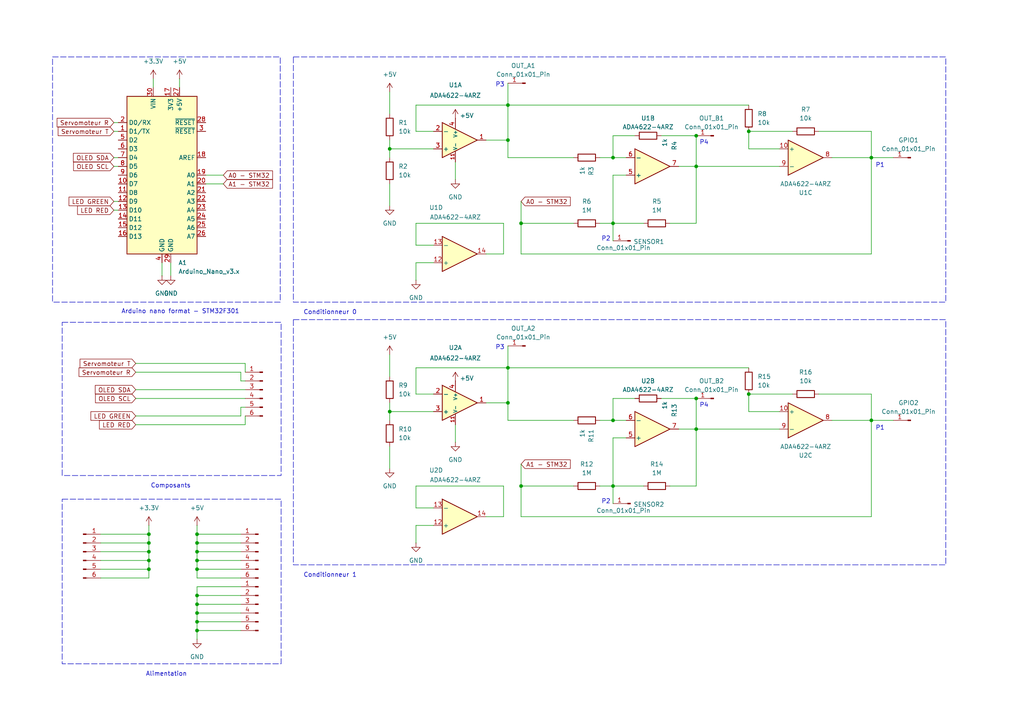
<source format=kicad_sch>
(kicad_sch (version 20231120) (generator "eeschema") (generator_version "8.0")
  (paper "A4")
  (title_block (title "Conditionneur - Projet Prototype") (date "2024-04-05") (comment 1 "Lucas VINCENT") (comment 2 "Thomas PICHOT"))
  (lib_symbols
    (symbol "Connector:Conn_01x01_Pin" (pin_names (offset 1.016) hide)
      (property "Reference" "J" (at 0 2.54 0))
      (property "Value" "Conn_01x01_Pin" (at 0 -2.54 0))
      (symbol "Conn_01x01_Pin_1_1"
        (polyline (pts (xy 1.27 0) (xy 0.8636 0)) (stroke (width 0.1524)))
        (rectangle (start 0.8636 0.127) (end 0 -0.127) (stroke (width 0.1524)) (fill (type outline)))
        (pin passive line (at 5.08 0 180) (length 3.81) (name "Pin_1") (number "1"))
      )
    )
    (symbol "Connector:Conn_01x06_Pin" (pin_names (offset 1.016) hide)
      (property "Reference" "J" (at 0 7.62 0))
      (property "Value" "Conn_01x06_Pin" (at 0 -10.16 0))
      (symbol "Conn_01x06_Pin_1_1"
        (polyline (pts (xy 1.27 -7.62) (xy 0.8636 -7.62)) (stroke (width 0.1524)))
        (polyline (pts (xy 1.27 -5.08) (xy 0.8636 -5.08)) (stroke (width 0.1524)))
        (polyline (pts (xy 1.27 -2.54) (xy 0.8636 -2.54)) (stroke (width 0.1524)))
        (polyline (pts (xy 1.27 0) (xy 0.8636 0)) (stroke (width 0.1524)))
        (polyline (pts (xy 1.27 2.54) (xy 0.8636 2.54)) (stroke (width 0.1524)))
        (polyline (pts (xy 1.27 5.08) (xy 0.8636 5.08)) (stroke (width 0.1524)))
        (rectangle (start 0.8636 -7.493) (end 0 -7.747) (stroke (width 0.1524)) (fill (type outline)))
        (rectangle (start 0.8636 -4.953) (end 0 -5.207) (stroke (width 0.1524)) (fill (type outline)))
        (rectangle (start 0.8636 -2.413) (end 0 -2.667) (stroke (width 0.1524)) (fill (type outline)))
        (rectangle (start 0.8636 0.127) (end 0 -0.127) (stroke (width 0.1524)) (fill (type outline)))
        (rectangle (start 0.8636 2.667) (end 0 2.413) (stroke (width 0.1524)) (fill (type outline)))
        (rectangle (start 0.8636 5.207) (end 0 4.953) (stroke (width 0.1524)) (fill (type outline)))
        (pin passive line (at 5.08 5.08 180) (length 3.81) (name "Pin_1") (number "1"))
        (pin passive line (at 5.08 2.54 180) (length 3.81) (name "Pin_2") (number "2"))
        (pin passive line (at 5.08 0 180) (length 3.81) (name "Pin_3") (number "3"))
        (pin passive line (at 5.08 -2.54 180) (length 3.81) (name "Pin_4") (number "4"))
        (pin passive line (at 5.08 -5.08 180) (length 3.81) (name "Pin_5") (number "5"))
        (pin passive line (at 5.08 -7.62 180) (length 3.81) (name "Pin_6") (number "6"))
      )
    )
    (symbol "Device:R" (pin_numbers hide) (pin_names (offset 0))
      (property "Reference" "R" (at 2.032 0 90))
      (property "Value" "R" (at 0 0 90))
      (symbol "R_0_1"
        (rectangle (start -1.016 -2.54) (end 1.016 2.54) (stroke (width 0.254)))
      )
      (symbol "R_1_1"
        (pin passive line (at 0 3.81 270) (length 1.27) (name "~") (number "1"))
        (pin passive line (at 0 -3.81 90) (length 1.27) (name "~") (number "2"))
      )
    )
    (symbol "MCU_Module:Arduino_Nano_v3.x"
      (property "Reference" "A" (at -10.16 23.495 0))
      (property "Value" "Arduino_Nano_v3.x" (at 5.08 -24.13 0))
      (symbol "Arduino_Nano_v3.x_0_1"
        (rectangle (start -10.16 22.86) (end 10.16 -22.86) (stroke (width 0.254)) (fill (type background)))
      )
      (symbol "Arduino_Nano_v3.x_1_1"
        (pin bidirectional line (at -12.7 12.7 0) (length 2.54) (name "D1/TX") (number "1"))
        (pin bidirectional line (at -12.7 -2.54 0) (length 2.54) (name "D7") (number "10"))
        (pin bidirectional line (at -12.7 -5.08 0) (length 2.54) (name "D8") (number "11"))
        (pin bidirectional line (at -12.7 -7.62 0) (length 2.54) (name "D9") (number "12"))
        (pin bidirectional line (at -12.7 -10.16 0) (length 2.54) (name "D10") (number "13"))
        (pin bidirectional line (at -12.7 -12.7 0) (length 2.54) (name "D11") (number "14"))
        (pin bidirectional line (at -12.7 -15.24 0) (length 2.54) (name "D12") (number "15"))
        (pin bidirectional line (at -12.7 -17.78 0) (length 2.54) (name "D13") (number "16"))
        (pin power_out line (at 2.54 25.4 270) (length 2.54) (name "3V3") (number "17"))
        (pin input line (at 12.7 5.08 180) (length 2.54) (name "AREF") (number "18"))
        (pin bidirectional line (at 12.7 0 180) (length 2.54) (name "A0") (number "19"))
        (pin bidirectional line (at -12.7 15.24 0) (length 2.54) (name "D0/RX") (number "2"))
        (pin bidirectional line (at 12.7 -2.54 180) (length 2.54) (name "A1") (number "20"))
        (pin bidirectional line (at 12.7 -5.08 180) (length 2.54) (name "A2") (number "21"))
        (pin bidirectional line (at 12.7 -7.62 180) (length 2.54) (name "A3") (number "22"))
        (pin bidirectional line (at 12.7 -10.16 180) (length 2.54) (name "A4") (number "23"))
        (pin bidirectional line (at 12.7 -12.7 180) (length 2.54) (name "A5") (number "24"))
        (pin bidirectional line (at 12.7 -15.24 180) (length 2.54) (name "A6") (number "25"))
        (pin bidirectional line (at 12.7 -17.78 180) (length 2.54) (name "A7") (number "26"))
        (pin power_out line (at 5.08 25.4 270) (length 2.54) (name "+5V") (number "27"))
        (pin input line (at 12.7 15.24 180) (length 2.54) (name "~{RESET}") (number "28"))
        (pin power_in line (at 2.54 -25.4 90) (length 2.54) (name "GND") (number "29"))
        (pin input line (at 12.7 12.7 180) (length 2.54) (name "~{RESET}") (number "3"))
        (pin power_in line (at -2.54 25.4 270) (length 2.54) (name "VIN") (number "30"))
        (pin power_in line (at 0 -25.4 90) (length 2.54) (name "GND") (number "4"))
        (pin bidirectional line (at -12.7 10.16 0) (length 2.54) (name "D2") (number "5"))
        (pin bidirectional line (at -12.7 7.62 0) (length 2.54) (name "D3") (number "6"))
        (pin bidirectional line (at -12.7 5.08 0) (length 2.54) (name "D4") (number "7"))
        (pin bidirectional line (at -12.7 2.54 0) (length 2.54) (name "D5") (number "8"))
        (pin bidirectional line (at -12.7 0 0) (length 2.54) (name "D6") (number "9"))
      )
    )
    (symbol "PCM_Amplifier_Operational_AKL:ADA4622-4ARZ" (pin_names (offset 0.2))
      (property "Reference" "U" (at 1.27 7.62 0))
      (property "Value" "ADA4622-4ARZ" (at 1.27 5.08 0))
      (symbol "ADA4622-4ARZ_0_1"
        (polyline (pts (xy -3.81 5.08) (xy -3.81 -5.08) (xy 6.35 0) (xy -3.81 5.08)) (stroke (width 0.254)) (fill (type background)))
      )
      (symbol "ADA4622-4ARZ_1_1"
        (pin output line (at 8.89 0 180) (length 2.54) (name "~") (number "1"))
        (pin power_in line (at 0 -6.35 90) (length 3.18) (name "V-") (number "11"))
        (pin input line (at -6.35 2.54 0) (length 2.54) (name "-") (number "2"))
        (pin input line (at -6.35 -2.54 0) (length 2.54) (name "+") (number "3"))
        (pin power_in line (at 0 6.35 270) (length 3.18) (name "V+") (number "4"))
      )
      (symbol "ADA4622-4ARZ_2_1"
        (pin input line (at -6.35 -2.54 0) (length 2.54) (name "+") (number "5"))
        (pin input line (at -6.35 2.54 0) (length 2.54) (name "-") (number "6"))
        (pin output line (at 8.89 0 180) (length 2.54) (name "~") (number "7"))
      )
      (symbol "ADA4622-4ARZ_3_1"
        (pin input line (at -6.35 -2.54 0) (length 2.54) (name "+") (number "10"))
        (pin output line (at 8.89 0 180) (length 2.54) (name "~") (number "8"))
        (pin input line (at -6.35 2.54 0) (length 2.54) (name "-") (number "9"))
      )
      (symbol "ADA4622-4ARZ_4_1"
        (pin input line (at -6.35 -2.54 0) (length 2.54) (name "+") (number "12"))
        (pin input line (at -6.35 2.54 0) (length 2.54) (name "-") (number "13"))
        (pin output line (at 8.89 0 180) (length 2.54) (name "~") (number "14"))
      )
    )
    (symbol "power:+3.3V" (power) (pin_numbers hide) (pin_names (offset 0) hide)
      (property "Value" "+3.3V" (at 0 3.556 0))
      (symbol "+3.3V_0_1"
        (polyline (pts (xy -0.762 1.27) (xy 0 2.54)))
        (polyline (pts (xy 0 0) (xy 0 2.54)))
        (polyline (pts (xy 0 2.54) (xy 0.762 1.27)))
      )
      (symbol "+3.3V_1_1"
        (pin power_in line (at 0 0 90) (length 0) (name "~") (number "1"))
      )
    )
    (symbol "power:+5V" (power) (pin_numbers hide) (pin_names (offset 0) hide)
      (property "Value" "+5V" (at 0 3.556 0))
      (symbol "+5V_0_1"
        (polyline (pts (xy -0.762 1.27) (xy 0 2.54)))
        (polyline (pts (xy 0 0) (xy 0 2.54)))
        (polyline (pts (xy 0 2.54) (xy 0.762 1.27)))
      )
      (symbol "+5V_1_1"
        (pin power_in line (at 0 0 90) (length 0) (name "~") (number "1"))
      )
    )
    (symbol "power:GND" (power) (pin_numbers hide) (pin_names (offset 0) hide)
      (property "Value" "GND" (at 0 -3.81 0))
      (symbol "GND_0_1"
        (polyline (pts (xy 0 0) (xy 0 -1.27) (xy 1.27 -1.27) (xy 0 -2.54) (xy -1.27 -1.27) (xy 0 -1.27)))
      )
      (symbol "GND_1_1"
        (pin power_in line (at 0 0 270) (length 0) (name "~") (number "1"))
      )
    )
  )
  (junction (at 201.93 48.26))
  (junction (at 57.15 160.02))
  (junction (at 201.93 124.46))
  (junction (at 57.15 157.48))
  (junction (at 57.15 154.94))
  (junction (at 57.15 182.88))
  (junction (at 147.32 106.68))
  (junction (at 147.32 30.48))
  (junction (at 43.18 162.56))
  (junction (at 43.18 165.1))
  (junction (at 177.8 45.72))
  (junction (at 57.15 180.34))
  (junction (at 252.73 121.92))
  (junction (at 177.8 121.92))
  (junction (at 57.15 177.8))
  (junction (at 217.17 38.1))
  (junction (at 217.17 114.3))
  (junction (at 43.18 154.94))
  (junction (at 177.8 140.97))
  (junction (at 57.15 165.1))
  (junction (at 57.15 172.72))
  (junction (at 252.73 45.72))
  (junction (at 43.18 160.02))
  (junction (at 57.15 175.26))
  (junction (at 151.13 140.97))
  (junction (at 147.32 116.84))
  (junction (at 201.93 115.57))
  (junction (at 57.15 162.56))
  (junction (at 177.8 64.77))
  (junction (at 147.32 40.64))
  (junction (at 113.03 43.18))
  (junction (at 113.03 119.38))
  (junction (at 151.13 64.77))
  (junction (at 201.93 39.37))
  (junction (at 43.18 157.48))
  (wire (pts (xy 113.03 119.38) (xy 113.03 121.92)))
  (wire (pts (xy 57.15 172.72) (xy 69.85 172.72)))
  (wire (pts (xy 69.85 157.48) (xy 57.15 157.48)))
  (wire (pts (xy 43.18 167.64) (xy 43.18 165.1)))
  (wire (pts (xy 252.73 45.72) (xy 252.73 73.66)))
  (wire (pts (xy 69.85 118.11) (xy 71.12 118.11)))
  (wire (pts (xy 181.61 127) (xy 177.8 127)))
  (wire (pts (xy 57.15 177.8) (xy 69.85 177.8)))
  (wire (pts (xy 177.8 127) (xy 177.8 140.97)))
  (wire (pts (xy 241.3 121.92) (xy 252.73 121.92)))
  (wire (pts (xy 151.13 73.66) (xy 252.73 73.66)))
  (wire (pts (xy 39.37 123.19) (xy 71.12 123.19)))
  (wire (pts (xy 125.73 114.3) (xy 120.65 114.3)))
  (wire (pts (xy 173.99 140.97) (xy 177.8 140.97)))
  (wire (pts (xy 217.17 43.18) (xy 226.06 43.18)))
  (wire (pts (xy 113.03 43.18) (xy 113.03 45.72)))
  (wire (pts (xy 57.15 180.34) (xy 57.15 182.88)))
  (wire (pts (xy 191.77 39.37) (xy 201.93 39.37)))
  (wire (pts (xy 120.65 152.4) (xy 125.73 152.4)))
  (wire (pts (xy 33.02 48.26) (xy 34.29 48.26)))
  (wire (pts (xy 146.05 64.77) (xy 146.05 73.66)))
  (wire (pts (xy 29.21 167.64) (xy 43.18 167.64)))
  (wire (pts (xy 237.49 114.3) (xy 252.73 114.3)))
  (wire (pts (xy 59.69 53.34) (xy 64.77 53.34)))
  (wire (pts (xy 120.65 157.48) (xy 120.65 152.4)))
  (wire (pts (xy 113.03 53.34) (xy 113.03 59.69)))
  (wire (pts (xy 184.15 39.37) (xy 177.8 39.37)))
  (wire (pts (xy 173.99 64.77) (xy 177.8 64.77)))
  (wire (pts (xy 177.8 64.77) (xy 186.69 64.77)))
  (wire (pts (xy 43.18 165.1) (xy 43.18 162.56)))
  (wire (pts (xy 29.21 162.56) (xy 43.18 162.56)))
  (wire (pts (xy 177.8 115.57) (xy 177.8 121.92)))
  (wire (pts (xy 151.13 134.62) (xy 151.13 140.97)))
  (wire (pts (xy 59.69 50.8) (xy 64.77 50.8)))
  (wire (pts (xy 44.45 22.86) (xy 44.45 25.4)))
  (wire (pts (xy 57.15 175.26) (xy 69.85 175.26)))
  (wire (pts (xy 177.8 140.97) (xy 186.69 140.97)))
  (wire (pts (xy 177.8 45.72) (xy 181.61 45.72)))
  (wire (pts (xy 147.32 30.48) (xy 147.32 40.64)))
  (wire (pts (xy 177.8 140.97) (xy 177.8 146.05)))
  (wire (pts (xy 252.73 45.72) (xy 259.08 45.72)))
  (wire (pts (xy 120.65 147.32) (xy 120.65 140.97)))
  (wire (pts (xy 57.15 172.72) (xy 57.15 175.26)))
  (wire (pts (xy 120.65 114.3) (xy 120.65 106.68)))
  (wire (pts (xy 57.15 167.64) (xy 57.15 165.1)))
  (wire (pts (xy 120.65 38.1) (xy 120.65 30.48)))
  (wire (pts (xy 39.37 107.95) (xy 69.85 107.95)))
  (wire (pts (xy 181.61 50.8) (xy 177.8 50.8)))
  (wire (pts (xy 252.73 121.92) (xy 252.73 149.86)))
  (wire (pts (xy 217.17 119.38) (xy 226.06 119.38)))
  (wire (pts (xy 69.85 167.64) (xy 57.15 167.64)))
  (wire (pts (xy 57.15 154.94) (xy 69.85 154.94)))
  (wire (pts (xy 39.37 105.41) (xy 71.12 105.41)))
  (wire (pts (xy 125.73 147.32) (xy 120.65 147.32)))
  (wire (pts (xy 29.21 154.94) (xy 43.18 154.94)))
  (wire (pts (xy 201.93 124.46) (xy 226.06 124.46)))
  (wire (pts (xy 147.32 30.48) (xy 217.17 30.48)))
  (wire (pts (xy 113.03 116.84) (xy 113.03 119.38)))
  (wire (pts (xy 177.8 121.92) (xy 181.61 121.92)))
  (wire (pts (xy 252.73 114.3) (xy 252.73 121.92)))
  (wire (pts (xy 147.32 106.68) (xy 147.32 116.84)))
  (wire (pts (xy 147.32 106.68) (xy 217.17 106.68)))
  (wire (pts (xy 201.93 140.97) (xy 201.93 124.46)))
  (wire (pts (xy 113.03 102.87) (xy 113.03 109.22)))
  (wire (pts (xy 69.85 160.02) (xy 57.15 160.02)))
  (wire (pts (xy 151.13 58.42) (xy 151.13 64.77)))
  (wire (pts (xy 120.65 30.48) (xy 147.32 30.48)))
  (wire (pts (xy 201.93 124.46) (xy 196.85 124.46)))
  (wire (pts (xy 120.65 106.68) (xy 147.32 106.68)))
  (wire (pts (xy 166.37 140.97) (xy 151.13 140.97)))
  (wire (pts (xy 120.65 71.12) (xy 120.65 64.77)))
  (wire (pts (xy 57.15 175.26) (xy 57.15 177.8)))
  (wire (pts (xy 57.15 177.8) (xy 57.15 180.34)))
  (wire (pts (xy 33.02 45.72) (xy 34.29 45.72)))
  (wire (pts (xy 151.13 64.77) (xy 151.13 73.66)))
  (wire (pts (xy 146.05 149.86) (xy 140.97 149.86)))
  (wire (pts (xy 217.17 114.3) (xy 217.17 119.38)))
  (wire (pts (xy 241.3 45.72) (xy 252.73 45.72)))
  (wire (pts (xy 69.85 107.95) (xy 69.85 110.49)))
  (wire (pts (xy 29.21 165.1) (xy 43.18 165.1)))
  (wire (pts (xy 146.05 140.97) (xy 146.05 149.86)))
  (wire (pts (xy 147.32 100.33) (xy 147.32 106.68)))
  (wire (pts (xy 57.15 165.1) (xy 57.15 162.56)))
  (wire (pts (xy 39.37 113.03) (xy 71.12 113.03)))
  (wire (pts (xy 177.8 45.72) (xy 173.99 45.72)))
  (wire (pts (xy 201.93 39.37) (xy 201.93 48.26)))
  (wire (pts (xy 69.85 170.18) (xy 57.15 170.18)))
  (wire (pts (xy 132.08 123.19) (xy 132.08 128.27)))
  (wire (pts (xy 113.03 40.64) (xy 113.03 43.18)))
  (wire (pts (xy 166.37 64.77) (xy 151.13 64.77)))
  (wire (pts (xy 43.18 160.02) (xy 43.18 157.48)))
  (wire (pts (xy 71.12 105.41) (xy 71.12 107.95)))
  (wire (pts (xy 151.13 140.97) (xy 151.13 149.86)))
  (wire (pts (xy 120.65 81.28) (xy 120.65 76.2)))
  (wire (pts (xy 113.03 26.67) (xy 113.03 33.02)))
  (wire (pts (xy 57.15 170.18) (xy 57.15 172.72)))
  (wire (pts (xy 69.85 162.56) (xy 57.15 162.56)))
  (wire (pts (xy 57.15 182.88) (xy 69.85 182.88)))
  (wire (pts (xy 166.37 45.72) (xy 147.32 45.72)))
  (wire (pts (xy 113.03 129.54) (xy 113.03 135.89)))
  (wire (pts (xy 69.85 120.65) (xy 69.85 118.11)))
  (wire (pts (xy 237.49 38.1) (xy 252.73 38.1)))
  (wire (pts (xy 191.77 115.57) (xy 201.93 115.57)))
  (wire (pts (xy 57.15 182.88) (xy 57.15 185.42)))
  (wire (pts (xy 147.32 116.84) (xy 140.97 116.84)))
  (wire (pts (xy 177.8 39.37) (xy 177.8 45.72)))
  (wire (pts (xy 147.32 40.64) (xy 140.97 40.64)))
  (wire (pts (xy 120.65 64.77) (xy 146.05 64.77)))
  (wire (pts (xy 177.8 121.92) (xy 173.99 121.92)))
  (wire (pts (xy 194.31 64.77) (xy 201.93 64.77)))
  (wire (pts (xy 252.73 38.1) (xy 252.73 45.72)))
  (wire (pts (xy 132.08 46.99) (xy 132.08 52.07)))
  (wire (pts (xy 39.37 115.57) (xy 71.12 115.57)))
  (wire (pts (xy 120.65 140.97) (xy 146.05 140.97)))
  (wire (pts (xy 201.93 48.26) (xy 226.06 48.26)))
  (wire (pts (xy 69.85 180.34) (xy 57.15 180.34)))
  (wire (pts (xy 201.93 48.26) (xy 196.85 48.26)))
  (wire (pts (xy 33.02 60.96) (xy 34.29 60.96)))
  (wire (pts (xy 39.37 120.65) (xy 69.85 120.65)))
  (wire (pts (xy 125.73 38.1) (xy 120.65 38.1)))
  (wire (pts (xy 147.32 45.72) (xy 147.32 40.64)))
  (wire (pts (xy 201.93 64.77) (xy 201.93 48.26)))
  (wire (pts (xy 29.21 160.02) (xy 43.18 160.02)))
  (wire (pts (xy 252.73 121.92) (xy 259.08 121.92)))
  (wire (pts (xy 52.07 22.86) (xy 52.07 25.4)))
  (wire (pts (xy 49.53 76.2) (xy 49.53 80.01)))
  (wire (pts (xy 177.8 64.77) (xy 177.8 69.85)))
  (wire (pts (xy 201.93 115.57) (xy 201.93 124.46)))
  (wire (pts (xy 46.99 76.2) (xy 46.99 80.01)))
  (wire (pts (xy 43.18 157.48) (xy 43.18 154.94)))
  (wire (pts (xy 57.15 152.4) (xy 57.15 154.94)))
  (wire (pts (xy 113.03 43.18) (xy 125.73 43.18)))
  (wire (pts (xy 33.02 35.56) (xy 34.29 35.56)))
  (wire (pts (xy 57.15 162.56) (xy 57.15 160.02)))
  (wire (pts (xy 69.85 165.1) (xy 57.15 165.1)))
  (wire (pts (xy 57.15 160.02) (xy 57.15 157.48)))
  (wire (pts (xy 43.18 154.94) (xy 43.18 152.4)))
  (wire (pts (xy 166.37 121.92) (xy 147.32 121.92)))
  (wire (pts (xy 125.73 71.12) (xy 120.65 71.12)))
  (wire (pts (xy 194.31 140.97) (xy 201.93 140.97)))
  (wire (pts (xy 29.21 157.48) (xy 43.18 157.48)))
  (wire (pts (xy 57.15 157.48) (xy 57.15 154.94)))
  (wire (pts (xy 177.8 50.8) (xy 177.8 64.77)))
  (wire (pts (xy 33.02 38.1) (xy 34.29 38.1)))
  (wire (pts (xy 113.03 119.38) (xy 125.73 119.38)))
  (wire (pts (xy 33.02 58.42) (xy 34.29 58.42)))
  (wire (pts (xy 217.17 38.1) (xy 229.87 38.1)))
  (wire (pts (xy 147.32 24.13) (xy 147.32 30.48)))
  (wire (pts (xy 217.17 38.1) (xy 217.17 43.18)))
  (wire (pts (xy 146.05 73.66) (xy 140.97 73.66)))
  (wire (pts (xy 71.12 123.19) (xy 71.12 120.65)))
  (wire (pts (xy 147.32 121.92) (xy 147.32 116.84)))
  (wire (pts (xy 184.15 115.57) (xy 177.8 115.57)))
  (wire (pts (xy 69.85 110.49) (xy 71.12 110.49)))
  (wire (pts (xy 43.18 162.56) (xy 43.18 160.02)))
  (wire (pts (xy 151.13 149.86) (xy 252.73 149.86)))
  (wire (pts (xy 217.17 114.3) (xy 229.87 114.3)))
  (wire (pts (xy 120.65 76.2) (xy 125.73 76.2)))
  (rectangle (start 18.034 93.472) (end 81.534 137.922) (stroke (width 0) (type dash)))
  (rectangle (start 85.09 16.51) (end 274.32 87.63) (stroke (width 0) (type dash)))
  (rectangle (start 15.24 16.51) (end 81.28 87.63) (stroke (width 0) (type dash)))
  (rectangle (start 85.09 92.71) (end 274.32 163.83) (stroke (width 0) (type dash)))
  (rectangle (start 18.034 144.78) (end 81.534 192.532) (stroke (width 0) (type dash)))
  (text "P3\n" (at 145.034 24.638 0) (effects (font (size 1.27 1.27))))
  (text "Conditionneur 0" (at 95.758 90.678 0) (effects (font (size 1.27 1.27))))
  (text "P2" (at 175.768 69.342 0) (effects (font (size 1.27 1.27))))
  (text "P1" (at 255.27 124.206 0) (effects (font (size 1.27 1.27))))
  (text "P4" (at 204.216 41.402 0) (effects (font (size 1.27 1.27))))
  (text "Composants" (at 49.53 140.97 0) (effects (font (size 1.27 1.27))))
  (text "Conditionneur 1" (at 95.758 166.878 0) (effects (font (size 1.27 1.27))))
  (text "P4" (at 204.216 117.602 0) (effects (font (size 1.27 1.27))))
  (text "P3\n" (at 145.034 100.838 0) (effects (font (size 1.27 1.27))))
  (text "P1" (at 255.27 48.006 0) (effects (font (size 1.27 1.27))))
  (text "Arduino nano format - STM32F301" (at 52.324 90.424 0) (effects (font (size 1.27 1.27))))
  (text "Alimentation\n" (at 48.26 195.58 0) (effects (font (size 1.27 1.27))))
  (text "P2" (at 175.768 145.542 0) (effects (font (size 1.27 1.27))))
  (global_label "Servomoteur R" (shape input) (at 33.02 35.56 180) (property "Intersheetrefs" "${INTERSHEET_REFS}" (effects (hide yes))))
  (global_label "OLED SCL" (shape input) (at 33.02 48.26 180) (property "Intersheetrefs" "${INTERSHEET_REFS}" (effects (hide yes))))
  (global_label "OLED SDA" (shape input) (at 33.02 45.72 180) (property "Intersheetrefs" "${INTERSHEET_REFS}" (effects (hide yes))))
  (global_label "OLED SDA" (shape input) (at 39.37 113.03 180) (property "Intersheetrefs" "${INTERSHEET_REFS}" (effects (hide yes))))
  (global_label "Servomoteur R" (shape input) (at 39.37 107.95 180) (property "Intersheetrefs" "${INTERSHEET_REFS}" (effects (hide yes))))
  (global_label "OLED SCL" (shape input) (at 39.37 115.57 180) (property "Intersheetrefs" "${INTERSHEET_REFS}" (effects (hide yes))))
  (global_label "A0 - STM32" (shape input) (at 151.13 58.42 0) (property "Intersheetrefs" "${INTERSHEET_REFS}" (effects (hide yes))))
  (global_label "LED RED" (shape input) (at 39.37 123.19 180) (property "Intersheetrefs" "${INTERSHEET_REFS}" (effects (hide yes))))
  (global_label "Servomoteur T" (shape input) (at 39.37 105.41 180) (property "Intersheetrefs" "${INTERSHEET_REFS}" (effects (hide yes))))
  (global_label "LED GREEN" (shape input) (at 33.02 58.42 180) (property "Intersheetrefs" "${INTERSHEET_REFS}" (effects (hide yes))))
  (global_label "LED GREEN" (shape input) (at 39.37 120.65 180) (property "Intersheetrefs" "${INTERSHEET_REFS}" (effects (hide yes))))
  (global_label "A1 - STM32" (shape input) (at 151.13 134.62 0) (property "Intersheetrefs" "${INTERSHEET_REFS}" (effects (hide yes))))
  (global_label "A0 - STM32" (shape input) (at 64.77 50.8 0) (property "Intersheetrefs" "${INTERSHEET_REFS}" (effects (hide yes))))
  (global_label "LED RED" (shape input) (at 33.02 60.96 180) (property "Intersheetrefs" "${INTERSHEET_REFS}" (effects (hide yes))))
  (global_label "Servomoteur T" (shape input) (at 33.02 38.1 180) (property "Intersheetrefs" "${INTERSHEET_REFS}" (effects (hide yes))))
  (global_label "A1 - STM32" (shape input) (at 64.77 53.34 0) (property "Intersheetrefs" "${INTERSHEET_REFS}" (effects (hide yes))))
  (symbol (lib_id "power:GND") (at 120.65 81.28 0) (unit 1)
    (property "Reference" "#PWR03" (effects (hide yes)))
    (property "Value" "GND" (at 120.65 86.36 0))
    (property "Description" "Power symbol creates a global label with name \"GND\" , ground" (effects (hide yes)))
  )
  (symbol (lib_id "Connector:Conn_01x01_Pin") (at 264.16 45.72 180) (unit 1)
    (property "Reference" "GPIO1" (at 263.525 40.64 0))
    (property "Value" "Conn_01x01_Pin" (at 263.525 43.18 0))
    (property "Footprint" "Connector_PinHeader_2.54mm:PinHeader_1x01_P2.54mm_Vertical" (effects (hide yes)))
    (property "Description" "Generic connector, single row, 01x01, script generated" (effects (hide yes)))
  )
  (symbol (lib_id "Connector:Conn_01x06_Pin") (at 74.93 160.02 0) (mirror y) (unit 1)
    (property "Reference" "J2" (effects (hide yes)))
    (property "Value" "Conn_01x06_Pin" (effects (hide yes)))
    (property "Footprint" "Connector_PinHeader_2.54mm:PinHeader_1x06_P2.54mm_Vertical" (effects (hide yes)))
    (property "Description" "Generic connector, single row, 01x06, script generated" (effects (hide yes)))
  )
  (symbol (lib_id "Device:R") (at 190.5 140.97 90) (unit 1)
    (property "Reference" "R14" (at 190.5 134.62 90))
    (property "Value" "1M" (at 190.5 137.16 90))
    (property "Footprint" "Resistor_SMD:R_0805_2012Metric" (effects (hide yes)))
    (property "Description" "Resistor" (effects (hide yes)))
  )
  (symbol (lib_id "Connector:Conn_01x01_Pin") (at 264.16 121.92 180) (unit 1)
    (property "Reference" "GPIO2" (at 263.525 116.84 0))
    (property "Value" "Conn_01x01_Pin" (at 263.525 119.38 0))
    (property "Footprint" "Connector_PinHeader_2.54mm:PinHeader_1x01_P2.54mm_Vertical" (effects (hide yes)))
    (property "Description" "Generic connector, single row, 01x01, script generated" (effects (hide yes)))
  )
  (symbol (lib_id "Device:R") (at 170.18 45.72 270) (unit 1)
    (property "Reference" "R3" (at 171.4501 48.26 0) (effects (justify left)))
    (property "Value" "1k" (at 168.9101 48.26 0) (effects (justify left)))
    (property "Footprint" "Resistor_SMD:R_0805_2012Metric" (effects (hide yes)))
    (property "Description" "Resistor" (effects (hide yes)))
  )
  (symbol (lib_id "Connector:Conn_01x06_Pin") (at 76.2 113.03 0) (mirror y) (unit 1)
    (property "Reference" "J1" (effects (hide yes)))
    (property "Value" "Conn_01x06_Pin" (effects (hide yes)))
    (property "Footprint" "Connector_PinHeader_2.54mm:PinHeader_1x06_P2.54mm_Vertical" (effects (hide yes)))
    (property "Description" "Generic connector, single row, 01x06, script generated" (effects (hide yes)))
  )
  (symbol (lib_id "power:GND") (at 46.99 80.01 0) (unit 1)
    (property "Reference" "#PWR04" (effects (hide yes)))
    (property "Value" "GND" (at 46.99 85.09 0))
    (property "Description" "Power symbol creates a global label with name \"GND\" , ground" (effects (hide yes)))
  )
  (symbol (lib_id "Device:R") (at 113.03 36.83 0) (unit 1)
    (property "Reference" "R1" (at 115.57 35.5599 0) (effects (justify left)))
    (property "Value" "10k" (at 115.57 38.0999 0) (effects (justify left)))
    (property "Footprint" "Resistor_SMD:R_0805_2012Metric" (effects (hide yes)))
    (property "Description" "Resistor" (effects (hide yes)))
  )
  (symbol (lib_id "power:+5V") (at 132.08 110.49 0) (unit 1)
    (property "Reference" "#PWR012" (effects (hide yes)))
    (property "Value" "+5V" (at 135.382 109.728 0))
    (property "Description" "Power symbol creates a global label with name \"+5V\"" (effects (hide yes)))
  )
  (symbol (lib_id "Device:R") (at 113.03 125.73 0) (unit 1)
    (property "Reference" "R10" (at 115.57 124.4599 0) (effects (justify left)))
    (property "Value" "10k" (at 115.57 126.9999 0) (effects (justify left)))
    (property "Footprint" "Resistor_SMD:R_0805_2012Metric" (effects (hide yes)))
    (property "Description" "Resistor" (effects (hide yes)))
  )
  (symbol (lib_id "PCM_Amplifier_Operational_AKL:ADA4622-4ARZ") (at 187.96 124.46 0) (unit 2)
    (property "Reference" "U2" (at 187.96 110.49 0))
    (property "Value" "ADA4622-4ARZ" (at 187.96 113.03 0))
    (property "Footprint" "PCM_Package_SO_AKL:SOIC-14_3.9x8.7mm_P1.27mm" (effects (hide yes)))
    (property "Datasheet" "https://www.tme.eu/Document/d36d8d41df5dfd041dfe750941d70940/ADA4622-1-2-4.pdf" (effects (hide yes)))
    (property "Description" "SO-14 Quad Precision Rail-to-Rail Operational Amplifier, 800μV Offset, 15μV/°C Drift, 8MHz GBW, Alternate KiCAD Library" (effects (hide yes)))
  )
  (symbol (lib_id "power:GND") (at 57.15 185.42 0) (unit 1)
    (property "Reference" "#PWR015" (effects (hide yes)))
    (property "Value" "GND" (at 57.15 190.5 0))
    (property "Description" "Power symbol creates a global label with name \"GND\" , ground" (effects (hide yes)))
  )
  (symbol (lib_id "PCM_Amplifier_Operational_AKL:ADA4622-4ARZ") (at 132.08 40.64 0) (unit 1)
    (property "Reference" "U1" (at 132.08 24.638 0))
    (property "Value" "ADA4622-4ARZ" (at 132.08 27.686 0))
    (property "Footprint" "PCM_Package_SO_AKL:SOIC-14_3.9x8.7mm_P1.27mm" (effects (hide yes)))
    (property "Datasheet" "https://www.tme.eu/Document/d36d8d41df5dfd041dfe750941d70940/ADA4622-1-2-4.pdf" (effects (hide yes)))
    (property "Description" "SO-14 Quad Precision Rail-to-Rail Operational Amplifier, 800μV Offset, 15μV/°C Drift, 8MHz GBW, Alternate KiCAD Library" (effects (hide yes)))
  )
  (symbol (lib_id "power:GND") (at 113.03 59.69 0) (unit 1)
    (property "Reference" "#PWR01" (effects (hide yes)))
    (property "Value" "GND" (at 113.03 64.77 0))
    (property "Description" "Power symbol creates a global label with name \"GND\" , ground" (effects (hide yes)))
  )
  (symbol (lib_id "power:GND") (at 49.53 80.01 0) (unit 1)
    (property "Reference" "#PWR010" (effects (hide yes)))
    (property "Value" "GND" (at 49.53 85.09 0))
    (property "Description" "Power symbol creates a global label with name \"GND\" , ground" (effects (hide yes)))
  )
  (symbol (lib_id "power:+5V") (at 113.03 26.67 0) (unit 1)
    (property "Reference" "#PWR08" (effects (hide yes)))
    (property "Value" "+5V" (at 113.03 21.59 0))
    (property "Description" "Power symbol creates a global label with name \"+5V\"" (effects (hide yes)))
  )
  (symbol (lib_id "power:+5V") (at 113.03 102.87 0) (unit 1)
    (property "Reference" "#PWR05" (effects (hide yes)))
    (property "Value" "+5V" (at 113.03 97.79 0))
    (property "Description" "Power symbol creates a global label with name \"+5V\"" (effects (hide yes)))
  )
  (symbol (lib_id "Device:R") (at 187.96 39.37 270) (unit 1)
    (property "Reference" "R4" (at 195.58 40.894 0) (effects (justify left)))
    (property "Value" "1k" (at 192.786 40.132 0) (effects (justify left)))
    (property "Footprint" "Resistor_SMD:R_0805_2012Metric" (effects (hide yes)))
    (property "Description" "Resistor" (effects (hide yes)))
  )
  (symbol (lib_id "power:GND") (at 132.08 52.07 0) (mirror y) (unit 1)
    (property "Reference" "#PWR02" (effects (hide yes)))
    (property "Value" "GND" (at 132.08 57.15 0))
    (property "Description" "Power symbol creates a global label with name \"GND\" , ground" (effects (hide yes)))
  )
  (symbol (lib_id "PCM_Amplifier_Operational_AKL:ADA4622-4ARZ") (at 132.08 149.86 0) (unit 4)
    (property "Reference" "U2" (at 126.492 136.398 0))
    (property "Value" "ADA4622-4ARZ" (at 132.08 139.192 0))
    (property "Footprint" "PCM_Package_SO_AKL:SOIC-14_3.9x8.7mm_P1.27mm" (effects (hide yes)))
    (property "Datasheet" "https://www.tme.eu/Document/d36d8d41df5dfd041dfe750941d70940/ADA4622-1-2-4.pdf" (effects (hide yes)))
    (property "Description" "SO-14 Quad Precision Rail-to-Rail Operational Amplifier, 800μV Offset, 15μV/°C Drift, 8MHz GBW, Alternate KiCAD Library" (effects (hide yes)))
  )
  (symbol (lib_id "Device:R") (at 170.18 121.92 270) (unit 1)
    (property "Reference" "R11" (at 171.4501 124.46 0) (effects (justify left)))
    (property "Value" "1k" (at 168.9101 124.46 0) (effects (justify left)))
    (property "Footprint" "Resistor_SMD:R_0805_2012Metric" (effects (hide yes)))
    (property "Description" "Resistor" (effects (hide yes)))
  )
  (symbol (lib_id "power:+5V") (at 132.08 34.29 0) (unit 1)
    (property "Reference" "#PWR09" (effects (hide yes)))
    (property "Value" "+5V" (at 135.382 33.528 0))
    (property "Description" "Power symbol creates a global label with name \"+5V\"" (effects (hide yes)))
  )
  (symbol (lib_id "Device:R") (at 170.18 140.97 90) (unit 1)
    (property "Reference" "R12" (at 170.18 134.62 90))
    (property "Value" "1M" (at 170.18 137.16 90))
    (property "Footprint" "Resistor_SMD:R_0805_2012Metric" (effects (hide yes)))
    (property "Description" "Resistor" (effects (hide yes)))
  )
  (symbol (lib_id "Device:R") (at 113.03 113.03 0) (unit 1)
    (property "Reference" "R9" (at 115.57 111.7599 0) (effects (justify left)))
    (property "Value" "10k" (at 115.57 114.2999 0) (effects (justify left)))
    (property "Footprint" "Resistor_SMD:R_0805_2012Metric" (effects (hide yes)))
    (property "Description" "Resistor" (effects (hide yes)))
  )
  (symbol (lib_id "power:+3.3V") (at 44.45 22.86 0) (unit 1)
    (property "Reference" "#PWR016" (effects (hide yes)))
    (property "Value" "+3.3V" (at 44.45 17.78 0))
    (property "Description" "Power symbol creates a global label with name \"+3.3V\"" (effects (hide yes)))
  )
  (symbol (lib_id "Connector:Conn_01x01_Pin") (at 152.4 100.33 180) (unit 1)
    (property "Reference" "OUT_A2" (at 151.765 95.25 0))
    (property "Value" "Conn_01x01_Pin" (at 151.765 97.79 0))
    (property "Footprint" "Connector_PinHeader_2.54mm:PinHeader_1x01_P2.54mm_Vertical" (effects (hide yes)))
    (property "Description" "Generic connector, single row, 01x01, script generated" (effects (hide yes)))
  )
  (symbol (lib_id "Device:R") (at 217.17 110.49 0) (unit 1)
    (property "Reference" "R15" (at 219.71 109.2199 0) (effects (justify left)))
    (property "Value" "10k" (at 219.71 111.7599 0) (effects (justify left)))
    (property "Footprint" "Resistor_SMD:R_0805_2012Metric" (effects (hide yes)))
    (property "Description" "Resistor" (effects (hide yes)))
  )
  (symbol (lib_id "power:GND") (at 132.08 128.27 0) (mirror y) (unit 1)
    (property "Reference" "#PWR013" (effects (hide yes)))
    (property "Value" "GND" (at 132.08 133.35 0))
    (property "Description" "Power symbol creates a global label with name \"GND\" , ground" (effects (hide yes)))
  )
  (symbol (lib_id "MCU_Module:Arduino_Nano_v3.x") (at 46.99 50.8 0) (unit 1)
    (property "Reference" "A1" (at 51.7241 76.2 0) (effects (justify left)))
    (property "Value" "Arduino_Nano_v3.x" (at 51.7241 78.74 0) (effects (justify left)))
    (property "Footprint" "Module:Arduino_Nano" (effects (hide yes)))
    (property "Datasheet" "http://www.mouser.com/pdfdocs/Gravitech_Arduino_Nano3_0.pdf" (effects (hide yes)))
    (property "Description" "Arduino Nano v3.x" (effects (hide yes)))
  )
  (symbol (lib_id "Connector:Conn_01x01_Pin") (at 207.01 39.37 180) (unit 1)
    (property "Reference" "OUT_B1" (at 206.375 34.29 0))
    (property "Value" "Conn_01x01_Pin" (at 206.375 36.83 0))
    (property "Footprint" "Connector_PinHeader_2.54mm:PinHeader_1x01_P2.54mm_Vertical" (effects (hide yes)))
    (property "Description" "Generic connector, single row, 01x01, script generated" (effects (hide yes)))
  )
  (symbol (lib_id "Device:R") (at 190.5 64.77 90) (unit 1)
    (property "Reference" "R5" (at 190.5 58.42 90))
    (property "Value" "1M" (at 190.5 60.96 90))
    (property "Footprint" "Resistor_SMD:R_0805_2012Metric" (effects (hide yes)))
    (property "Description" "Resistor" (effects (hide yes)))
  )
  (symbol (lib_id "PCM_Amplifier_Operational_AKL:ADA4622-4ARZ") (at 187.96 48.26 0) (unit 2)
    (property "Reference" "U1" (at 187.96 34.29 0))
    (property "Value" "ADA4622-4ARZ" (at 187.96 36.83 0))
    (property "Footprint" "PCM_Package_SO_AKL:SOIC-14_3.9x8.7mm_P1.27mm" (effects (hide yes)))
    (property "Datasheet" "https://www.tme.eu/Document/d36d8d41df5dfd041dfe750941d70940/ADA4622-1-2-4.pdf" (effects (hide yes)))
    (property "Description" "SO-14 Quad Precision Rail-to-Rail Operational Amplifier, 800μV Offset, 15μV/°C Drift, 8MHz GBW, Alternate KiCAD Library" (effects (hide yes)))
  )
  (symbol (lib_id "Connector:Conn_01x01_Pin") (at 182.88 146.05 180) (unit 1)
    (property "Reference" "SENSOR2" (at 188.214 146.304 0))
    (property "Value" "Conn_01x01_Pin" (at 180.848 148.082 0))
    (property "Footprint" "Connector_PinHeader_2.54mm:PinHeader_1x01_P2.54mm_Vertical" (effects (hide yes)))
    (property "Description" "Generic connector, single row, 01x01, script generated" (effects (hide yes)))
  )
  (symbol (lib_id "power:GND") (at 120.65 157.48 0) (unit 1)
    (property "Reference" "#PWR011" (effects (hide yes)))
    (property "Value" "GND" (at 120.65 162.56 0))
    (property "Description" "Power symbol creates a global label with name \"GND\" , ground" (effects (hide yes)))
  )
  (symbol (lib_id "power:+3.3V") (at 43.18 152.4 0) (unit 1)
    (property "Reference" "#PWR017" (effects (hide yes)))
    (property "Value" "+3.3V" (at 43.18 147.32 0))
    (property "Description" "Power symbol creates a global label with name \"+3.3V\"" (effects (hide yes)))
  )
  (symbol (lib_id "Device:R") (at 217.17 34.29 0) (unit 1)
    (property "Reference" "R8" (at 219.71 33.0199 0) (effects (justify left)))
    (property "Value" "10k" (at 219.71 35.5599 0) (effects (justify left)))
    (property "Footprint" "Resistor_SMD:R_0805_2012Metric" (effects (hide yes)))
    (property "Description" "Resistor" (effects (hide yes)))
  )
  (symbol (lib_id "Device:R") (at 187.96 115.57 270) (unit 1)
    (property "Reference" "R13" (at 195.58 117.094 0) (effects (justify left)))
    (property "Value" "1k" (at 192.786 116.332 0) (effects (justify left)))
    (property "Footprint" "Resistor_SMD:R_0805_2012Metric" (effects (hide yes)))
    (property "Description" "Resistor" (effects (hide yes)))
  )
  (symbol (lib_id "Connector:Conn_01x01_Pin") (at 152.4 24.13 180) (unit 1)
    (property "Reference" "OUT_A1" (at 151.765 19.05 0))
    (property "Value" "Conn_01x01_Pin" (at 151.765 21.59 0))
    (property "Footprint" "Connector_PinHeader_2.54mm:PinHeader_1x01_P2.54mm_Vertical" (effects (hide yes)))
    (property "Description" "Generic connector, single row, 01x01, script generated" (effects (hide yes)))
  )
  (symbol (lib_id "power:+5V") (at 57.15 152.4 0) (unit 1)
    (property "Reference" "#PWR014" (effects (hide yes)))
    (property "Value" "+5V" (at 57.15 147.32 0))
    (property "Description" "Power symbol creates a global label with name \"+5V\"" (effects (hide yes)))
  )
  (symbol (lib_id "Device:R") (at 233.68 38.1 90) (unit 1)
    (property "Reference" "R7" (at 233.68 31.75 90))
    (property "Value" "10k" (at 233.68 34.29 90))
    (property "Footprint" "Resistor_SMD:R_0805_2012Metric" (effects (hide yes)))
    (property "Description" "Resistor" (effects (hide yes)))
  )
  (symbol (lib_id "Device:R") (at 233.68 114.3 90) (unit 1)
    (property "Reference" "R16" (at 233.68 107.95 90))
    (property "Value" "10k" (at 233.68 110.49 90))
    (property "Footprint" "Resistor_SMD:R_0805_2012Metric" (effects (hide yes)))
    (property "Description" "Resistor" (effects (hide yes)))
  )
  (symbol (lib_id "PCM_Amplifier_Operational_AKL:ADA4622-4ARZ") (at 132.08 73.66 0) (unit 4)
    (property "Reference" "U1" (at 126.492 60.198 0))
    (property "Value" "ADA4622-4ARZ" (at 132.08 62.992 0))
    (property "Footprint" "PCM_Package_SO_AKL:SOIC-14_3.9x8.7mm_P1.27mm" (effects (hide yes)))
    (property "Datasheet" "https://www.tme.eu/Document/d36d8d41df5dfd041dfe750941d70940/ADA4622-1-2-4.pdf" (effects (hide yes)))
    (property "Description" "SO-14 Quad Precision Rail-to-Rail Operational Amplifier, 800μV Offset, 15μV/°C Drift, 8MHz GBW, Alternate KiCAD Library" (effects (hide yes)))
  )
  (symbol (lib_id "PCM_Amplifier_Operational_AKL:ADA4622-4ARZ") (at 232.41 121.92 0) (mirror x) (unit 3)
    (property "Reference" "U2" (at 233.68 132.08 0))
    (property "Value" "ADA4622-4ARZ" (at 233.68 129.54 0))
    (property "Footprint" "PCM_Package_SO_AKL:SOIC-14_3.9x8.7mm_P1.27mm" (effects (hide yes)))
    (property "Datasheet" "https://www.tme.eu/Document/d36d8d41df5dfd041dfe750941d70940/ADA4622-1-2-4.pdf" (effects (hide yes)))
    (property "Description" "SO-14 Quad Precision Rail-to-Rail Operational Amplifier, 800μV Offset, 15μV/°C Drift, 8MHz GBW, Alternate KiCAD Library" (effects (hide yes)))
  )
  (symbol (lib_id "PCM_Amplifier_Operational_AKL:ADA4622-4ARZ") (at 132.08 116.84 0) (unit 1)
    (property "Reference" "U2" (at 132.08 100.838 0))
    (property "Value" "ADA4622-4ARZ" (at 132.08 103.886 0))
    (property "Footprint" "PCM_Package_SO_AKL:SOIC-14_3.9x8.7mm_P1.27mm" (effects (hide yes)))
    (property "Datasheet" "https://www.tme.eu/Document/d36d8d41df5dfd041dfe750941d70940/ADA4622-1-2-4.pdf" (effects (hide yes)))
    (property "Description" "SO-14 Quad Precision Rail-to-Rail Operational Amplifier, 800μV Offset, 15μV/°C Drift, 8MHz GBW, Alternate KiCAD Library" (effects (hide yes)))
  )
  (symbol (lib_id "Connector:Conn_01x06_Pin") (at 74.93 175.26 0) (mirror y) (unit 1)
    (property "Reference" "J3" (effects (hide yes)))
    (property "Value" "Conn_01x06_Pin" (effects (hide yes)))
    (property "Footprint" "Connector_PinHeader_2.54mm:PinHeader_1x06_P2.54mm_Vertical" (effects (hide yes)))
    (property "Description" "Generic connector, single row, 01x06, script generated" (effects (hide yes)))
  )
  (symbol (lib_id "Connector:Conn_01x01_Pin") (at 207.01 115.57 180) (unit 1)
    (property "Reference" "OUT_B2" (at 206.375 110.49 0))
    (property "Value" "Conn_01x01_Pin" (at 206.375 113.03 0))
    (property "Footprint" "Connector_PinHeader_2.54mm:PinHeader_1x01_P2.54mm_Vertical" (effects (hide yes)))
    (property "Description" "Generic connector, single row, 01x01, script generated" (effects (hide yes)))
  )
  (symbol (lib_id "Device:R") (at 113.03 49.53 0) (unit 1)
    (property "Reference" "R2" (at 115.57 48.2599 0) (effects (justify left)))
    (property "Value" "10k" (at 115.57 50.7999 0) (effects (justify left)))
    (property "Footprint" "Resistor_SMD:R_0805_2012Metric" (effects (hide yes)))
    (property "Description" "Resistor" (effects (hide yes)))
  )
  (symbol (lib_id "Connector:Conn_01x06_Pin") (at 24.13 160.02 0) (unit 1)
    (property "Reference" "J4" (effects (hide yes)))
    (property "Value" "Conn_01x06_Pin" (effects (hide yes)))
    (property "Footprint" "Connector_PinHeader_2.54mm:PinHeader_1x06_P2.54mm_Vertical" (effects (hide yes)))
    (property "Description" "Generic connector, single row, 01x06, script generated" (effects (hide yes)))
  )
  (symbol (lib_id "PCM_Amplifier_Operational_AKL:ADA4622-4ARZ") (at 232.41 45.72 0) (mirror x) (unit 3)
    (property "Reference" "U1" (at 233.68 55.88 0))
    (property "Value" "ADA4622-4ARZ" (at 233.68 53.34 0))
    (property "Footprint" "PCM_Package_SO_AKL:SOIC-14_3.9x8.7mm_P1.27mm" (effects (hide yes)))
    (property "Datasheet" "https://www.tme.eu/Document/d36d8d41df5dfd041dfe750941d70940/ADA4622-1-2-4.pdf" (effects (hide yes)))
    (property "Description" "SO-14 Quad Precision Rail-to-Rail Operational Amplifier, 800μV Offset, 15μV/°C Drift, 8MHz GBW, Alternate KiCAD Library" (effects (hide yes)))
  )
  (symbol (lib_id "power:+5V") (at 52.07 22.86 0) (unit 1)
    (property "Reference" "#PWR07" (effects (hide yes)))
    (property "Value" "+5V" (at 52.07 17.78 0))
    (property "Description" "Power symbol creates a global label with name \"+5V\"" (effects (hide yes)))
  )
  (symbol (lib_id "Connector:Conn_01x01_Pin") (at 182.88 69.85 180) (unit 1)
    (property "Reference" "SENSOR1" (at 188.214 70.104 0))
    (property "Value" "Conn_01x01_Pin" (at 180.848 71.882 0))
    (property "Footprint" "Connector_PinHeader_2.54mm:PinHeader_1x01_P2.54mm_Vertical" (effects (hide yes)))
    (property "Description" "Generic connector, single row, 01x01, script generated" (effects (hide yes)))
  )
  (symbol (lib_id "power:GND") (at 113.03 135.89 0) (unit 1)
    (property "Reference" "#PWR06" (effects (hide yes)))
    (property "Value" "GND" (at 113.03 140.97 0))
    (property "Description" "Power symbol creates a global label with name \"GND\" , ground" (effects (hide yes)))
  )
  (symbol (lib_id "Device:R") (at 170.18 64.77 90) (unit 1)
    (property "Reference" "R6" (at 170.18 58.42 90))
    (property "Value" "1M" (at 170.18 60.96 90))
    (property "Footprint" "Resistor_SMD:R_0805_2012Metric" (effects (hide yes)))
    (property "Description" "Resistor" (effects (hide yes)))
  )
)
</source>
